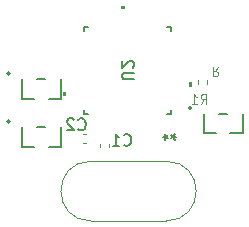
<source format=gbr>
%TF.GenerationSoftware,KiCad,Pcbnew,8.0.1*%
%TF.CreationDate,2024-07-23T23:42:04-04:00*%
%TF.ProjectId,PartyTorch-PCB,50617274-7954-46f7-9263-682d5043422e,rev?*%
%TF.SameCoordinates,Original*%
%TF.FileFunction,Legend,Bot*%
%TF.FilePolarity,Positive*%
%FSLAX46Y46*%
G04 Gerber Fmt 4.6, Leading zero omitted, Abs format (unit mm)*
G04 Created by KiCad (PCBNEW 8.0.1) date 2024-07-23 23:42:04*
%MOMM*%
%LPD*%
G01*
G04 APERTURE LIST*
%ADD10C,0.100000*%
%ADD11C,0.150000*%
%ADD12C,0.152400*%
%ADD13C,0.120000*%
%ADD14C,0.000000*%
G04 APERTURE END LIST*
D10*
X133293408Y-104693104D02*
X133026741Y-105074057D01*
X132836265Y-104693104D02*
X132836265Y-105493104D01*
X132836265Y-105493104D02*
X133141027Y-105493104D01*
X133141027Y-105493104D02*
X133217217Y-105455009D01*
X133217217Y-105455009D02*
X133255312Y-105416914D01*
X133255312Y-105416914D02*
X133293408Y-105340723D01*
X133293408Y-105340723D02*
X133293408Y-105226438D01*
X133293408Y-105226438D02*
X133255312Y-105150247D01*
X133255312Y-105150247D02*
X133217217Y-105112152D01*
X133217217Y-105112152D02*
X133141027Y-105074057D01*
X133141027Y-105074057D02*
X132836265Y-105074057D01*
D11*
X125296666Y-111309580D02*
X125344285Y-111357200D01*
X125344285Y-111357200D02*
X125487142Y-111404819D01*
X125487142Y-111404819D02*
X125582380Y-111404819D01*
X125582380Y-111404819D02*
X125725237Y-111357200D01*
X125725237Y-111357200D02*
X125820475Y-111261961D01*
X125820475Y-111261961D02*
X125868094Y-111166723D01*
X125868094Y-111166723D02*
X125915713Y-110976247D01*
X125915713Y-110976247D02*
X125915713Y-110833390D01*
X125915713Y-110833390D02*
X125868094Y-110642914D01*
X125868094Y-110642914D02*
X125820475Y-110547676D01*
X125820475Y-110547676D02*
X125725237Y-110452438D01*
X125725237Y-110452438D02*
X125582380Y-110404819D01*
X125582380Y-110404819D02*
X125487142Y-110404819D01*
X125487142Y-110404819D02*
X125344285Y-110452438D01*
X125344285Y-110452438D02*
X125296666Y-110500057D01*
X124344285Y-111404819D02*
X124915713Y-111404819D01*
X124629999Y-111404819D02*
X124629999Y-110404819D01*
X124629999Y-110404819D02*
X124725237Y-110547676D01*
X124725237Y-110547676D02*
X124820475Y-110642914D01*
X124820475Y-110642914D02*
X124915713Y-110690533D01*
X121456666Y-109989580D02*
X121504285Y-110037200D01*
X121504285Y-110037200D02*
X121647142Y-110084819D01*
X121647142Y-110084819D02*
X121742380Y-110084819D01*
X121742380Y-110084819D02*
X121885237Y-110037200D01*
X121885237Y-110037200D02*
X121980475Y-109941961D01*
X121980475Y-109941961D02*
X122028094Y-109846723D01*
X122028094Y-109846723D02*
X122075713Y-109656247D01*
X122075713Y-109656247D02*
X122075713Y-109513390D01*
X122075713Y-109513390D02*
X122028094Y-109322914D01*
X122028094Y-109322914D02*
X121980475Y-109227676D01*
X121980475Y-109227676D02*
X121885237Y-109132438D01*
X121885237Y-109132438D02*
X121742380Y-109084819D01*
X121742380Y-109084819D02*
X121647142Y-109084819D01*
X121647142Y-109084819D02*
X121504285Y-109132438D01*
X121504285Y-109132438D02*
X121456666Y-109180057D01*
X121075713Y-109180057D02*
X121028094Y-109132438D01*
X121028094Y-109132438D02*
X120932856Y-109084819D01*
X120932856Y-109084819D02*
X120694761Y-109084819D01*
X120694761Y-109084819D02*
X120599523Y-109132438D01*
X120599523Y-109132438D02*
X120551904Y-109180057D01*
X120551904Y-109180057D02*
X120504285Y-109275295D01*
X120504285Y-109275295D02*
X120504285Y-109370533D01*
X120504285Y-109370533D02*
X120551904Y-109513390D01*
X120551904Y-109513390D02*
X121123332Y-110084819D01*
X121123332Y-110084819D02*
X120504285Y-110084819D01*
D10*
X131803332Y-107834895D02*
X132069999Y-107453942D01*
X132260475Y-107834895D02*
X132260475Y-107034895D01*
X132260475Y-107034895D02*
X131955713Y-107034895D01*
X131955713Y-107034895D02*
X131879523Y-107072990D01*
X131879523Y-107072990D02*
X131841428Y-107111085D01*
X131841428Y-107111085D02*
X131803332Y-107187276D01*
X131803332Y-107187276D02*
X131803332Y-107301561D01*
X131803332Y-107301561D02*
X131841428Y-107377752D01*
X131841428Y-107377752D02*
X131879523Y-107415847D01*
X131879523Y-107415847D02*
X131955713Y-107453942D01*
X131955713Y-107453942D02*
X132260475Y-107453942D01*
X131041428Y-107834895D02*
X131498571Y-107834895D01*
X131269999Y-107834895D02*
X131269999Y-107034895D01*
X131269999Y-107034895D02*
X131346190Y-107149180D01*
X131346190Y-107149180D02*
X131422380Y-107225371D01*
X131422380Y-107225371D02*
X131498571Y-107263466D01*
D11*
X126155181Y-105781903D02*
X125345658Y-105781903D01*
X125345658Y-105781903D02*
X125250420Y-105734284D01*
X125250420Y-105734284D02*
X125202801Y-105686665D01*
X125202801Y-105686665D02*
X125155181Y-105591427D01*
X125155181Y-105591427D02*
X125155181Y-105400951D01*
X125155181Y-105400951D02*
X125202801Y-105305713D01*
X125202801Y-105305713D02*
X125250420Y-105258094D01*
X125250420Y-105258094D02*
X125345658Y-105210475D01*
X125345658Y-105210475D02*
X126155181Y-105210475D01*
X126059943Y-104781903D02*
X126107562Y-104734284D01*
X126107562Y-104734284D02*
X126155181Y-104639046D01*
X126155181Y-104639046D02*
X126155181Y-104400951D01*
X126155181Y-104400951D02*
X126107562Y-104305713D01*
X126107562Y-104305713D02*
X126059943Y-104258094D01*
X126059943Y-104258094D02*
X125964705Y-104210475D01*
X125964705Y-104210475D02*
X125869467Y-104210475D01*
X125869467Y-104210475D02*
X125726610Y-104258094D01*
X125726610Y-104258094D02*
X125155181Y-104829522D01*
X125155181Y-104829522D02*
X125155181Y-104210475D01*
X129736181Y-110635598D02*
X129498086Y-110635598D01*
X129593324Y-110873693D02*
X129498086Y-110635598D01*
X129498086Y-110635598D02*
X129593324Y-110397503D01*
X129307610Y-110778455D02*
X129498086Y-110635598D01*
X129498086Y-110635598D02*
X129307610Y-110492741D01*
X128645820Y-110635599D02*
X128883915Y-110635599D01*
X128788677Y-110397504D02*
X128883915Y-110635599D01*
X128883915Y-110635599D02*
X128788677Y-110873694D01*
X129074391Y-110492742D02*
X128883915Y-110635599D01*
X128883915Y-110635599D02*
X129074391Y-110778456D01*
D12*
%TO.C,U3*%
X116666500Y-109829700D02*
X116666500Y-111480700D01*
X116666500Y-111480700D02*
X117705360Y-111480700D01*
X118657860Y-109829700D02*
X117977140Y-109829700D01*
X118929640Y-111480700D02*
X119968500Y-111480700D01*
X119968500Y-111480700D02*
X119968500Y-109829700D01*
X115650500Y-109334400D02*
G75*
G02*
X115396500Y-109334400I-127000J0D01*
G01*
X115396500Y-109334400D02*
G75*
G02*
X115650500Y-109334400I127000J0D01*
G01*
D13*
%TO.C,C1*%
X123290000Y-111457836D02*
X123290000Y-111242164D01*
X124010000Y-111457836D02*
X124010000Y-111242164D01*
%TO.C,C2*%
X121882164Y-110400000D02*
X122097836Y-110400000D01*
X121882164Y-111120000D02*
X122097836Y-111120000D01*
D12*
%TO.C,U4*%
X116666500Y-105779700D02*
X116666500Y-107430700D01*
X116666500Y-107430700D02*
X117705360Y-107430700D01*
X118657860Y-105779700D02*
X117977140Y-105779700D01*
X118929640Y-107430700D02*
X119968500Y-107430700D01*
X119968500Y-107430700D02*
X119968500Y-105779700D01*
X115650500Y-105284400D02*
G75*
G02*
X115396500Y-105284400I-127000J0D01*
G01*
X115396500Y-105284400D02*
G75*
G02*
X115650500Y-105284400I127000J0D01*
G01*
%TO.C,U5*%
X132056500Y-108699700D02*
X132056500Y-110350700D01*
X132056500Y-110350700D02*
X133095360Y-110350700D01*
X134047860Y-108699700D02*
X133367140Y-108699700D01*
X134319640Y-110350700D02*
X135358500Y-110350700D01*
X135358500Y-110350700D02*
X135358500Y-108699700D01*
X131040500Y-108204400D02*
G75*
G02*
X130786500Y-108204400I-127000J0D01*
G01*
X130786500Y-108204400D02*
G75*
G02*
X131040500Y-108204400I127000J0D01*
G01*
D13*
%TO.C,Y1*%
X122500000Y-112705000D02*
X128900000Y-112705000D01*
X122500000Y-117755000D02*
X128900000Y-117755000D01*
X122500000Y-117755000D02*
G75*
G02*
X122500000Y-112705000I0J2525000D01*
G01*
X128900000Y-112705000D02*
G75*
G02*
X128900000Y-117755000I0J-2525000D01*
G01*
%TO.C,R1*%
X131610000Y-106123641D02*
X131610000Y-105816359D01*
X132370000Y-106123641D02*
X132370000Y-105816359D01*
D12*
%TO.C,U2*%
X121933001Y-101342999D02*
X121933001Y-101636859D01*
X121933001Y-108403139D02*
X121933001Y-108696999D01*
X121933001Y-108696999D02*
X122226861Y-108696999D01*
X122226861Y-101342999D02*
X121933001Y-101342999D01*
X128993141Y-108696999D02*
X129287001Y-108696999D01*
X129287001Y-101342999D02*
X128993141Y-101342999D01*
X129287001Y-101636859D02*
X129287001Y-101342999D01*
X129287001Y-108696999D02*
X129287001Y-108403139D01*
D14*
G36*
X120375401Y-107210500D02*
G01*
X120121401Y-107210500D01*
X120121401Y-106829500D01*
X120375401Y-106829500D01*
X120375401Y-107210500D01*
G37*
G36*
X125400502Y-99785399D02*
G01*
X125019502Y-99785399D01*
X125019502Y-99531399D01*
X125400502Y-99531399D01*
X125400502Y-99785399D01*
G37*
G36*
X131098601Y-106410499D02*
G01*
X130844601Y-106410499D01*
X130844601Y-106029499D01*
X131098601Y-106029499D01*
X131098601Y-106410499D01*
G37*
%TD*%
M02*

</source>
